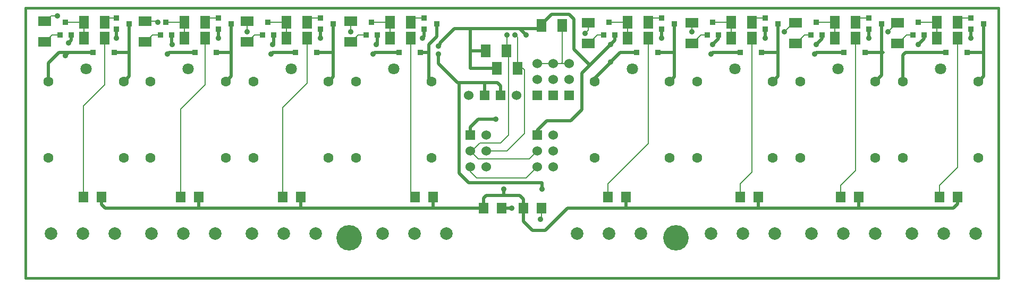
<source format=gtl>
G04 (created by PCBNEW-RS274X (2012-01-19 BZR 3256)-stable) date jeu. 10 mai 2012 21:09:03 CEST*
G01*
G70*
G90*
%MOIN*%
G04 Gerber Fmt 3.4, Leading zero omitted, Abs format*
%FSLAX34Y34*%
G04 APERTURE LIST*
%ADD10C,0.006000*%
%ADD11C,0.015000*%
%ADD12R,0.036000X0.036000*%
%ADD13R,0.033500X0.033500*%
%ADD14R,0.060000X0.080000*%
%ADD15R,0.080000X0.060000*%
%ADD16C,0.078700*%
%ADD17R,0.062900X0.070900*%
%ADD18R,0.060000X0.060000*%
%ADD19C,0.060000*%
%ADD20C,0.070900*%
%ADD21C,0.063000*%
%ADD22C,0.160000*%
%ADD23C,0.035000*%
%ADD24C,0.019700*%
%ADD25C,0.008000*%
G04 APERTURE END LIST*
G54D10*
G54D11*
X12980Y-08873D02*
X12980Y-08773D01*
X74005Y-08898D02*
X74005Y-08773D01*
X12980Y-08844D02*
X12980Y-25773D01*
X12980Y-25773D02*
X74003Y-25773D01*
X74004Y-08769D02*
X12980Y-08769D01*
X74004Y-25773D02*
X74004Y-08844D01*
G54D12*
X15830Y-10473D03*
X15130Y-10473D03*
X15480Y-09673D03*
X72280Y-10123D03*
X72280Y-09423D03*
X73080Y-09773D03*
X65880Y-10123D03*
X65880Y-09423D03*
X66680Y-09773D03*
X59380Y-10123D03*
X59380Y-09423D03*
X60180Y-09773D03*
X52880Y-10123D03*
X52880Y-09423D03*
X53680Y-09773D03*
X37980Y-10123D03*
X37980Y-09423D03*
X38780Y-09773D03*
X31480Y-10123D03*
X31480Y-09423D03*
X32280Y-09773D03*
X25080Y-10123D03*
X25080Y-09423D03*
X25880Y-09773D03*
X22130Y-10473D03*
X21430Y-10473D03*
X21780Y-09673D03*
X28530Y-10473D03*
X27830Y-10473D03*
X28180Y-09673D03*
X35030Y-10473D03*
X34330Y-10473D03*
X34680Y-09673D03*
X49930Y-10473D03*
X49230Y-10473D03*
X49580Y-09673D03*
X56430Y-10473D03*
X55730Y-10473D03*
X56080Y-09673D03*
X62930Y-10473D03*
X62230Y-10473D03*
X62580Y-09673D03*
X69330Y-10473D03*
X68630Y-10473D03*
X68980Y-09673D03*
X18680Y-10123D03*
X18680Y-09423D03*
X19480Y-09773D03*
G54D13*
X72039Y-11573D03*
X70721Y-11573D03*
X65639Y-11573D03*
X64321Y-11573D03*
X59139Y-11573D03*
X57821Y-11573D03*
X52639Y-11573D03*
X51321Y-11573D03*
X37739Y-11573D03*
X36421Y-11573D03*
X31239Y-11573D03*
X29921Y-11573D03*
X24939Y-11573D03*
X23621Y-11573D03*
X18539Y-11573D03*
X17221Y-11573D03*
G54D14*
X65030Y-10673D03*
X63730Y-10673D03*
X58530Y-10673D03*
X57230Y-10673D03*
X52030Y-10673D03*
X50730Y-10673D03*
X37130Y-10673D03*
X35830Y-10673D03*
X30630Y-10673D03*
X29330Y-10673D03*
X24230Y-10673D03*
X22930Y-10673D03*
X17930Y-10673D03*
X16630Y-10673D03*
G54D15*
X67680Y-09723D03*
X67680Y-11023D03*
X61280Y-09723D03*
X61280Y-11023D03*
X54780Y-09723D03*
X54780Y-11023D03*
X48280Y-09723D03*
X48280Y-11023D03*
X33380Y-09623D03*
X33380Y-10923D03*
X26880Y-09623D03*
X26880Y-10923D03*
G54D14*
X41830Y-11473D03*
X43130Y-11473D03*
X42530Y-12573D03*
X43830Y-12573D03*
X45330Y-09873D03*
X46630Y-09873D03*
G54D15*
X14180Y-09623D03*
X14180Y-10923D03*
X20480Y-09623D03*
X20480Y-10923D03*
G54D14*
X70130Y-09673D03*
X71430Y-09673D03*
X63730Y-09673D03*
X65030Y-09673D03*
X57230Y-09673D03*
X58530Y-09673D03*
X50730Y-09673D03*
X52030Y-09673D03*
X35830Y-09673D03*
X37130Y-09673D03*
X29330Y-09673D03*
X30630Y-09673D03*
X22930Y-09673D03*
X24230Y-09673D03*
X16630Y-09673D03*
X17930Y-09673D03*
X71430Y-10673D03*
X70130Y-10673D03*
G54D16*
X14580Y-22973D03*
X16580Y-22973D03*
X18580Y-22973D03*
X20880Y-22973D03*
X22880Y-22973D03*
X24880Y-22973D03*
X27180Y-22973D03*
X29180Y-22973D03*
X31180Y-22973D03*
X35380Y-22973D03*
X37380Y-22973D03*
X39380Y-22973D03*
X47580Y-22973D03*
X49580Y-22973D03*
X51580Y-22973D03*
X55980Y-22973D03*
X57980Y-22973D03*
X59980Y-22973D03*
X62280Y-22973D03*
X64280Y-22973D03*
X66280Y-22973D03*
X68580Y-22973D03*
X70580Y-22973D03*
X72580Y-22973D03*
G54D17*
X16621Y-20673D03*
X17739Y-20673D03*
X22721Y-20673D03*
X23839Y-20673D03*
X29121Y-20673D03*
X30239Y-20673D03*
X37421Y-20673D03*
X38539Y-20673D03*
X49521Y-20673D03*
X50639Y-20673D03*
X57821Y-20673D03*
X58939Y-20673D03*
X64121Y-20673D03*
X65239Y-20673D03*
X70321Y-20673D03*
X71439Y-20673D03*
G54D18*
X45080Y-16773D03*
G54D19*
X46080Y-16773D03*
X45080Y-17773D03*
X46080Y-17773D03*
X45080Y-18773D03*
X46080Y-18773D03*
G54D18*
X40880Y-16773D03*
G54D19*
X41880Y-16773D03*
X40880Y-17773D03*
X41880Y-17773D03*
X40880Y-18773D03*
X41880Y-18773D03*
G54D20*
X16780Y-12627D03*
G54D21*
X14418Y-13414D03*
X19142Y-13414D03*
X14418Y-18217D03*
X19142Y-18217D03*
G54D20*
X23180Y-12627D03*
G54D21*
X20818Y-13414D03*
X25542Y-13414D03*
X20818Y-18217D03*
X25542Y-18217D03*
G54D20*
X29630Y-12627D03*
G54D21*
X27268Y-13414D03*
X31992Y-13414D03*
X27268Y-18217D03*
X31992Y-18217D03*
G54D20*
X36080Y-12627D03*
G54D21*
X33718Y-13414D03*
X38442Y-13414D03*
X33718Y-18217D03*
X38442Y-18217D03*
G54D20*
X51030Y-12627D03*
G54D21*
X48668Y-13414D03*
X53392Y-13414D03*
X48668Y-18217D03*
X53392Y-18217D03*
G54D20*
X57480Y-12627D03*
G54D21*
X55118Y-13414D03*
X59842Y-13414D03*
X55118Y-18217D03*
X59842Y-18217D03*
G54D20*
X63930Y-12627D03*
G54D21*
X61568Y-13414D03*
X66292Y-13414D03*
X61568Y-18217D03*
X66292Y-18217D03*
G54D20*
X70380Y-12627D03*
G54D21*
X68018Y-13414D03*
X72742Y-13414D03*
X68018Y-18217D03*
X72742Y-18217D03*
G54D18*
X45080Y-14273D03*
G54D19*
X45080Y-13273D03*
X45080Y-12273D03*
G54D18*
X46080Y-14273D03*
G54D19*
X46080Y-13273D03*
X46080Y-12273D03*
G54D18*
X47080Y-14273D03*
G54D19*
X47080Y-13273D03*
X47080Y-12273D03*
G54D18*
X41780Y-14273D03*
G54D19*
X40780Y-14273D03*
G54D17*
X42839Y-21373D03*
X41721Y-21373D03*
X45339Y-21373D03*
X44221Y-21373D03*
G54D18*
X42780Y-14273D03*
G54D19*
X43780Y-14273D03*
G54D22*
X53780Y-23228D03*
X33280Y-23228D03*
G54D23*
X34780Y-11673D03*
X55980Y-11673D03*
X15480Y-11773D03*
X45380Y-20173D03*
X38880Y-11673D03*
X28380Y-11673D03*
X49680Y-12173D03*
X62480Y-11673D03*
X21880Y-11673D03*
X42480Y-15773D03*
X34980Y-11073D03*
X38880Y-11173D03*
X49680Y-11073D03*
X28480Y-11073D03*
X56080Y-11073D03*
X68980Y-11073D03*
X22180Y-11073D03*
X62580Y-11073D03*
X15680Y-10973D03*
X44380Y-10473D03*
X14980Y-09273D03*
X21280Y-09673D03*
X26880Y-10273D03*
X33380Y-10273D03*
X48080Y-10373D03*
X54780Y-10273D03*
X60580Y-10273D03*
X67080Y-10273D03*
X43180Y-10473D03*
X43680Y-10473D03*
X52880Y-10673D03*
X18680Y-10673D03*
X37880Y-10673D03*
X25080Y-10673D03*
X31480Y-10673D03*
X42980Y-20173D03*
X65880Y-10673D03*
X72280Y-10673D03*
X59380Y-10673D03*
X43480Y-21373D03*
X45280Y-22073D03*
G54D24*
X41780Y-13473D02*
X41780Y-14273D01*
X42780Y-14273D02*
X42780Y-13673D01*
X41780Y-13473D02*
X42580Y-13473D01*
X42580Y-13473D02*
X42780Y-13673D01*
X49680Y-12173D02*
X49680Y-12214D01*
X68018Y-11735D02*
X68018Y-13414D01*
X56080Y-11573D02*
X55980Y-11673D01*
X34880Y-11573D02*
X34780Y-11673D01*
X14418Y-12235D02*
X15080Y-11573D01*
X45380Y-19773D02*
X40780Y-19773D01*
X49680Y-12173D02*
X49701Y-12194D01*
X48668Y-13414D02*
X48668Y-13226D01*
X68180Y-11573D02*
X68018Y-11735D01*
X57821Y-11573D02*
X56080Y-11573D01*
X45380Y-20173D02*
X45380Y-19773D01*
X40180Y-19173D02*
X40180Y-13473D01*
X40780Y-19773D02*
X40180Y-19173D01*
X38880Y-11673D02*
X38880Y-12273D01*
X38880Y-12273D02*
X40080Y-13473D01*
X40080Y-13473D02*
X40180Y-13473D01*
X62580Y-11573D02*
X62480Y-11673D01*
X15080Y-11573D02*
X15580Y-11573D01*
X50280Y-11573D02*
X49680Y-12173D01*
X15880Y-11573D02*
X15680Y-11573D01*
X15580Y-11573D02*
X15880Y-11573D01*
X21980Y-11573D02*
X21880Y-11673D01*
X51321Y-11573D02*
X50280Y-11573D01*
X48668Y-13226D02*
X49680Y-12214D01*
X29921Y-11573D02*
X28480Y-11573D01*
X15680Y-11573D02*
X15480Y-11773D01*
X70721Y-11573D02*
X68180Y-11573D01*
X23621Y-11573D02*
X21980Y-11573D01*
X49701Y-12194D02*
X49680Y-12173D01*
X36421Y-11573D02*
X34880Y-11573D01*
X14418Y-13414D02*
X14418Y-12235D01*
X15880Y-11573D02*
X17221Y-11573D01*
X64321Y-11573D02*
X62580Y-11573D01*
X28480Y-11573D02*
X28380Y-11673D01*
X40680Y-13473D02*
X41780Y-13473D01*
X40180Y-13473D02*
X40680Y-13473D01*
X47080Y-09173D02*
X47380Y-09473D01*
X47380Y-09473D02*
X47380Y-11373D01*
X40880Y-10073D02*
X44030Y-10073D01*
X40880Y-12373D02*
X40880Y-11473D01*
X40880Y-12573D02*
X40880Y-12373D01*
X42530Y-12573D02*
X40880Y-12573D01*
X41830Y-11473D02*
X40880Y-11473D01*
X44030Y-10073D02*
X43980Y-10073D01*
X49680Y-11073D02*
X48380Y-12373D01*
X22130Y-10473D02*
X22130Y-11023D01*
X45330Y-09873D02*
X45330Y-09823D01*
X47380Y-11373D02*
X48380Y-12373D01*
X40880Y-16273D02*
X40880Y-16773D01*
X62930Y-10473D02*
X62930Y-10723D01*
X41380Y-15773D02*
X40880Y-16273D01*
X56430Y-10723D02*
X56080Y-11073D01*
X40880Y-10073D02*
X40080Y-10073D01*
X49930Y-10823D02*
X49680Y-11073D01*
X28530Y-11023D02*
X28480Y-11073D01*
X69330Y-10723D02*
X68980Y-11073D01*
X40880Y-11473D02*
X40880Y-10073D01*
X45980Y-09173D02*
X47080Y-09173D01*
X45330Y-09823D02*
X45980Y-09173D01*
X44030Y-10073D02*
X45130Y-10073D01*
X45130Y-10073D02*
X45330Y-09873D01*
X69330Y-10473D02*
X69330Y-10723D01*
X43980Y-10073D02*
X44380Y-10473D01*
X39880Y-10073D02*
X38980Y-10973D01*
X62930Y-10723D02*
X62580Y-11073D01*
X35030Y-10473D02*
X35030Y-11023D01*
X49930Y-10473D02*
X49930Y-10823D01*
X56430Y-10473D02*
X56430Y-10723D01*
X42480Y-15773D02*
X41380Y-15773D01*
X35030Y-11023D02*
X34980Y-11073D01*
X22130Y-11023D02*
X22180Y-11073D01*
X38980Y-11073D02*
X38880Y-11173D01*
X28530Y-10473D02*
X28530Y-11023D01*
X39880Y-10073D02*
X40080Y-10073D01*
X15830Y-10473D02*
X15830Y-10823D01*
X15830Y-10823D02*
X15680Y-10973D01*
X47180Y-15873D02*
X45680Y-15873D01*
X47880Y-15173D02*
X47180Y-15873D01*
X48380Y-12373D02*
X47880Y-12873D01*
X47880Y-12873D02*
X47880Y-15173D01*
X45680Y-15873D02*
X45080Y-16473D01*
X45080Y-16473D02*
X45080Y-16773D01*
X38980Y-10973D02*
X38980Y-11073D01*
G54D25*
X40880Y-18773D02*
X40880Y-19073D01*
X40880Y-19073D02*
X41280Y-19473D01*
X41280Y-19473D02*
X44380Y-19473D01*
X44380Y-19473D02*
X45080Y-18773D01*
X14580Y-09273D02*
X14980Y-09273D01*
X14180Y-09623D02*
X14230Y-09623D01*
X14230Y-09623D02*
X14580Y-09273D01*
X21280Y-09673D02*
X21230Y-09623D01*
X21230Y-09623D02*
X20480Y-09623D01*
X26880Y-10273D02*
X26880Y-09623D01*
X33380Y-09623D02*
X33380Y-10273D01*
X48280Y-10173D02*
X48280Y-09723D01*
X48080Y-10373D02*
X48280Y-10173D01*
X54780Y-09723D02*
X54780Y-10273D01*
X61130Y-09723D02*
X61280Y-09723D01*
X60580Y-10273D02*
X61130Y-09723D01*
X67630Y-09723D02*
X67680Y-09723D01*
X67080Y-10273D02*
X67630Y-09723D01*
X16630Y-09673D02*
X15480Y-09673D01*
X16630Y-10673D02*
X16630Y-09673D01*
X21780Y-09673D02*
X22930Y-09673D01*
X22930Y-10673D02*
X22930Y-09673D01*
X28180Y-09673D02*
X29330Y-09673D01*
X29330Y-10673D02*
X29330Y-09673D01*
X34680Y-09673D02*
X35830Y-09673D01*
X35830Y-10673D02*
X35830Y-09673D01*
X50730Y-09673D02*
X49580Y-09673D01*
X50730Y-10673D02*
X50730Y-09673D01*
X57230Y-10673D02*
X57230Y-09673D01*
X56080Y-09673D02*
X57230Y-09673D01*
X62580Y-09673D02*
X63730Y-09673D01*
X63730Y-10673D02*
X63730Y-09673D01*
X70130Y-10673D02*
X70130Y-09673D01*
X68980Y-09673D02*
X70130Y-09673D01*
X70130Y-09673D02*
X70130Y-10673D01*
X43180Y-10473D02*
X43180Y-11423D01*
X40880Y-17773D02*
X41380Y-18273D01*
X44580Y-18273D02*
X45080Y-17773D01*
X41380Y-18273D02*
X44580Y-18273D01*
X43180Y-11523D02*
X43130Y-11473D01*
X40880Y-17773D02*
X40980Y-17773D01*
X43280Y-11623D02*
X43130Y-11473D01*
X43280Y-16773D02*
X43280Y-11623D01*
X42780Y-17273D02*
X43280Y-16773D01*
X41480Y-17273D02*
X42780Y-17273D01*
X40980Y-17773D02*
X41480Y-17273D01*
X43180Y-11423D02*
X43130Y-11473D01*
X43180Y-17773D02*
X44280Y-16673D01*
X41880Y-17773D02*
X43180Y-17773D01*
X44180Y-12573D02*
X44280Y-12673D01*
X44280Y-12673D02*
X44280Y-16673D01*
X44180Y-12573D02*
X43830Y-12573D01*
X43830Y-12573D02*
X43830Y-10623D01*
X43830Y-10623D02*
X43680Y-10473D01*
G54D24*
X37880Y-10673D02*
X37980Y-10573D01*
X37980Y-10573D02*
X37980Y-10123D01*
X42980Y-20573D02*
X42980Y-20173D01*
X41721Y-21373D02*
X41721Y-20732D01*
X42980Y-20573D02*
X43980Y-20573D01*
X41721Y-20732D02*
X41880Y-20573D01*
X58939Y-20673D02*
X58939Y-21373D01*
X50580Y-21373D02*
X46980Y-21373D01*
X44221Y-22214D02*
X44221Y-21373D01*
X44780Y-22773D02*
X44221Y-22214D01*
X44221Y-20814D02*
X44221Y-21373D01*
X18680Y-10123D02*
X18680Y-10673D01*
X25080Y-10673D02*
X25080Y-10123D01*
X71439Y-21114D02*
X71180Y-21373D01*
X17739Y-21132D02*
X17980Y-21373D01*
X43980Y-20573D02*
X44221Y-20814D01*
X30239Y-21373D02*
X30280Y-21373D01*
X58939Y-21373D02*
X58980Y-21373D01*
X31480Y-10673D02*
X31480Y-10123D01*
X38539Y-21373D02*
X38580Y-21373D01*
X38539Y-20673D02*
X38539Y-21373D01*
X30239Y-20673D02*
X30239Y-21373D01*
X23839Y-21373D02*
X23880Y-21373D01*
X38580Y-21373D02*
X41721Y-21373D01*
X23839Y-20673D02*
X23839Y-21373D01*
X71180Y-21373D02*
X65180Y-21373D01*
X71439Y-20673D02*
X71439Y-21114D01*
X46980Y-21373D02*
X45580Y-22773D01*
X65239Y-20673D02*
X65239Y-21373D01*
X65239Y-21373D02*
X65180Y-21373D01*
X65180Y-21373D02*
X58980Y-21373D01*
X58980Y-21373D02*
X50580Y-21373D01*
X17739Y-20673D02*
X17739Y-21132D01*
X17980Y-21373D02*
X23880Y-21373D01*
X23880Y-21373D02*
X30280Y-21373D01*
X30280Y-21373D02*
X38580Y-21373D01*
X65880Y-10673D02*
X65880Y-10123D01*
X50639Y-21373D02*
X50580Y-21373D01*
X50639Y-20673D02*
X50639Y-21373D01*
X45580Y-22773D02*
X44780Y-22773D01*
X52880Y-10673D02*
X52880Y-10123D01*
X41880Y-20573D02*
X42980Y-20573D01*
X72280Y-10123D02*
X72280Y-10673D01*
X59380Y-10673D02*
X59380Y-10123D01*
G54D25*
X68230Y-10473D02*
X67680Y-11023D01*
X68630Y-10473D02*
X68230Y-10473D01*
X61830Y-10473D02*
X61280Y-11023D01*
X62230Y-10473D02*
X61830Y-10473D01*
X64121Y-19932D02*
X64121Y-20673D01*
X65030Y-10673D02*
X65030Y-19023D01*
X65030Y-19023D02*
X64121Y-19932D01*
X71680Y-09423D02*
X71430Y-09673D01*
X72280Y-09423D02*
X71680Y-09423D01*
X71430Y-18823D02*
X70321Y-19932D01*
X70321Y-19932D02*
X70321Y-20673D01*
X71430Y-10673D02*
X71430Y-18823D01*
X31480Y-09423D02*
X30880Y-09423D01*
X30880Y-09423D02*
X30630Y-09673D01*
X27330Y-10473D02*
X26880Y-10923D01*
X27830Y-10473D02*
X27330Y-10473D01*
X65880Y-09423D02*
X65280Y-09423D01*
X65280Y-09423D02*
X65030Y-09673D01*
G54D24*
X66680Y-11573D02*
X66680Y-13026D01*
X66680Y-11573D02*
X66780Y-11573D01*
X66680Y-09773D02*
X66680Y-11573D01*
X66680Y-13026D02*
X66292Y-13414D01*
X65639Y-11573D02*
X66680Y-11573D01*
G54D25*
X52880Y-09423D02*
X52280Y-09423D01*
X52280Y-09423D02*
X52030Y-09673D01*
X48830Y-10473D02*
X48280Y-11023D01*
X49230Y-10473D02*
X48830Y-10473D01*
X59380Y-09423D02*
X58780Y-09423D01*
X58780Y-09423D02*
X58530Y-09673D01*
X52030Y-17323D02*
X49521Y-19832D01*
X52030Y-10673D02*
X52030Y-17323D01*
X49521Y-19832D02*
X49521Y-20673D01*
X55730Y-10473D02*
X55330Y-10473D01*
X55330Y-10473D02*
X54780Y-11023D01*
X57821Y-19832D02*
X57821Y-20673D01*
X58530Y-10673D02*
X58530Y-19123D01*
X58530Y-19123D02*
X57821Y-19832D01*
X46630Y-12273D02*
X46580Y-12273D01*
X46630Y-09873D02*
X46630Y-12223D01*
X46630Y-12223D02*
X46580Y-12273D01*
X46580Y-12273D02*
X46080Y-12273D01*
X47080Y-12273D02*
X46580Y-12273D01*
X46080Y-12273D02*
X45080Y-12273D01*
X18180Y-09423D02*
X17930Y-09673D01*
X18680Y-09423D02*
X18180Y-09423D01*
G54D24*
X18539Y-11573D02*
X19480Y-11573D01*
X19480Y-11573D02*
X19480Y-13076D01*
X19480Y-13076D02*
X19142Y-13414D01*
X19480Y-09773D02*
X19480Y-11573D01*
G54D25*
X15130Y-10473D02*
X14630Y-10473D01*
X14630Y-10473D02*
X14180Y-10923D01*
X37980Y-09423D02*
X37380Y-09423D01*
X37380Y-09423D02*
X37130Y-09673D01*
G54D24*
X38280Y-13252D02*
X38442Y-13414D01*
X38780Y-10573D02*
X38280Y-11073D01*
X38280Y-11073D02*
X38280Y-11573D01*
X38280Y-11573D02*
X38280Y-13252D01*
X38780Y-09773D02*
X38780Y-10573D01*
X37739Y-11573D02*
X38280Y-11573D01*
G54D25*
X29121Y-20673D02*
X29121Y-15032D01*
X30630Y-13523D02*
X30630Y-10673D01*
X29121Y-15032D02*
X30630Y-13523D01*
X33830Y-10473D02*
X33380Y-10923D01*
X34330Y-10473D02*
X33830Y-10473D01*
X37130Y-10673D02*
X37130Y-20382D01*
X37130Y-20382D02*
X37421Y-20673D01*
X21430Y-10473D02*
X20930Y-10473D01*
X20930Y-10473D02*
X20480Y-10923D01*
X24230Y-13623D02*
X24230Y-10673D01*
X22721Y-20673D02*
X22721Y-15132D01*
X22721Y-15132D02*
X24230Y-13623D01*
X17930Y-13623D02*
X16621Y-14932D01*
X16621Y-14932D02*
X16621Y-20673D01*
X17930Y-10673D02*
X17930Y-13623D01*
X25080Y-09423D02*
X24480Y-09423D01*
X24480Y-09423D02*
X24230Y-09673D01*
G54D24*
X25880Y-09773D02*
X25880Y-11573D01*
X25880Y-13076D02*
X25542Y-13414D01*
X24939Y-11573D02*
X25880Y-11573D01*
X25880Y-11573D02*
X25880Y-13076D01*
X42839Y-21373D02*
X43480Y-21373D01*
G54D25*
X45339Y-22014D02*
X45280Y-22073D01*
X45339Y-21373D02*
X45339Y-22014D01*
G54D24*
X32280Y-11673D02*
X32280Y-13126D01*
X32280Y-11573D02*
X32280Y-11673D01*
X31239Y-11573D02*
X32280Y-11573D01*
X32280Y-09773D02*
X32280Y-11673D01*
X32280Y-13126D02*
X31992Y-13414D01*
X59139Y-11573D02*
X60180Y-11573D01*
X60180Y-09773D02*
X60180Y-11573D01*
X60180Y-13076D02*
X59842Y-13414D01*
X60180Y-11573D02*
X60180Y-13076D01*
X53680Y-09773D02*
X53680Y-11573D01*
X53680Y-13126D02*
X53392Y-13414D01*
X52639Y-11573D02*
X53680Y-11573D01*
X53680Y-11573D02*
X53680Y-13126D01*
X73080Y-09773D02*
X73080Y-11573D01*
X73080Y-11573D02*
X73080Y-13076D01*
X73080Y-13076D02*
X72742Y-13414D01*
X72039Y-11573D02*
X73080Y-11573D01*
M02*

</source>
